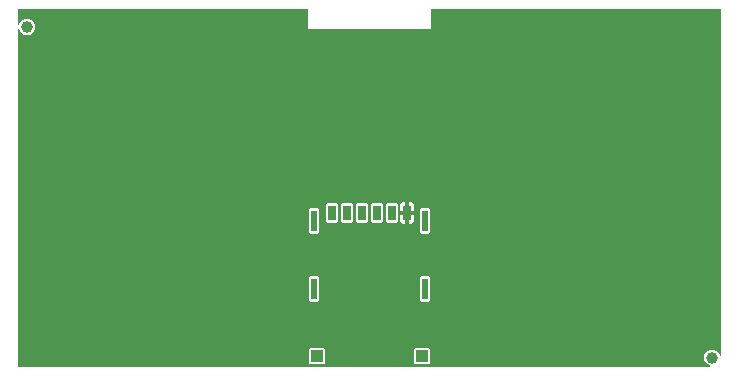
<source format=gtl>
G04 EAGLE Gerber RS-274X export*
G75*
%MOMM*%
%FSLAX34Y34*%
%LPD*%
%INTop Copper*%
%IPPOS*%
%AMOC8*
5,1,8,0,0,1.08239X$1,22.5*%
G01*
%ADD10C,1.000000*%
%ADD11R,0.650000X1.300000*%
%ADD12R,0.480000X1.800000*%
%ADD13R,1.030000X1.000000*%

G36*
X587800Y2044D02*
X587800Y2044D01*
X587897Y2054D01*
X587921Y2064D01*
X587946Y2068D01*
X588032Y2114D01*
X588121Y2154D01*
X588141Y2171D01*
X588164Y2184D01*
X588231Y2254D01*
X588303Y2320D01*
X588315Y2343D01*
X588333Y2362D01*
X588374Y2450D01*
X588421Y2536D01*
X588426Y2561D01*
X588437Y2585D01*
X588448Y2682D01*
X588465Y2778D01*
X588461Y2804D01*
X588464Y2829D01*
X588443Y2925D01*
X588429Y3021D01*
X588417Y3044D01*
X588412Y3070D01*
X588362Y3153D01*
X588318Y3240D01*
X588299Y3259D01*
X588285Y3281D01*
X588212Y3344D01*
X588142Y3412D01*
X588113Y3428D01*
X588099Y3441D01*
X588068Y3453D01*
X587995Y3493D01*
X586160Y4253D01*
X584253Y6160D01*
X583221Y8652D01*
X583221Y11348D01*
X584253Y13840D01*
X586160Y15747D01*
X588652Y16779D01*
X591348Y16779D01*
X593840Y15747D01*
X595747Y13840D01*
X596507Y12005D01*
X596558Y11922D01*
X596604Y11836D01*
X596622Y11818D01*
X596636Y11796D01*
X596712Y11734D01*
X596782Y11667D01*
X596806Y11656D01*
X596826Y11639D01*
X596917Y11604D01*
X597005Y11563D01*
X597031Y11560D01*
X597055Y11551D01*
X597153Y11547D01*
X597249Y11536D01*
X597275Y11542D01*
X597301Y11541D01*
X597395Y11568D01*
X597490Y11588D01*
X597512Y11602D01*
X597537Y11609D01*
X597617Y11665D01*
X597701Y11715D01*
X597718Y11734D01*
X597739Y11749D01*
X597798Y11827D01*
X597861Y11901D01*
X597871Y11926D01*
X597886Y11947D01*
X597916Y12039D01*
X597953Y12130D01*
X597956Y12162D01*
X597962Y12181D01*
X597962Y12214D01*
X597971Y12296D01*
X597971Y304210D01*
X597968Y304230D01*
X597970Y304249D01*
X597948Y304351D01*
X597932Y304453D01*
X597922Y304470D01*
X597918Y304490D01*
X597865Y304579D01*
X597816Y304670D01*
X597802Y304684D01*
X597792Y304701D01*
X597713Y304768D01*
X597638Y304840D01*
X597620Y304848D01*
X597605Y304861D01*
X597509Y304900D01*
X597415Y304943D01*
X597395Y304945D01*
X597377Y304953D01*
X597210Y304971D01*
X352790Y304971D01*
X352770Y304968D01*
X352751Y304970D01*
X352649Y304948D01*
X352547Y304932D01*
X352530Y304922D01*
X352510Y304918D01*
X352421Y304865D01*
X352330Y304816D01*
X352316Y304802D01*
X352299Y304792D01*
X352232Y304713D01*
X352160Y304638D01*
X352152Y304620D01*
X352139Y304605D01*
X352100Y304509D01*
X352057Y304415D01*
X352055Y304395D01*
X352047Y304377D01*
X352029Y304210D01*
X352029Y289160D01*
X350840Y287971D01*
X249160Y287971D01*
X247971Y289160D01*
X247971Y304210D01*
X247968Y304230D01*
X247970Y304249D01*
X247948Y304351D01*
X247932Y304453D01*
X247922Y304470D01*
X247918Y304490D01*
X247865Y304579D01*
X247816Y304670D01*
X247802Y304684D01*
X247792Y304701D01*
X247713Y304768D01*
X247638Y304840D01*
X247620Y304848D01*
X247605Y304861D01*
X247509Y304900D01*
X247415Y304943D01*
X247395Y304945D01*
X247377Y304953D01*
X247210Y304971D01*
X2790Y304971D01*
X2770Y304968D01*
X2751Y304970D01*
X2649Y304948D01*
X2547Y304932D01*
X2530Y304922D01*
X2510Y304918D01*
X2421Y304865D01*
X2330Y304816D01*
X2316Y304802D01*
X2299Y304792D01*
X2232Y304713D01*
X2160Y304638D01*
X2152Y304620D01*
X2139Y304605D01*
X2100Y304509D01*
X2057Y304415D01*
X2055Y304395D01*
X2047Y304377D01*
X2029Y304210D01*
X2029Y292296D01*
X2044Y292200D01*
X2054Y292103D01*
X2064Y292079D01*
X2068Y292054D01*
X2114Y291968D01*
X2154Y291879D01*
X2171Y291859D01*
X2184Y291836D01*
X2254Y291769D01*
X2320Y291697D01*
X2343Y291685D01*
X2362Y291667D01*
X2450Y291626D01*
X2536Y291579D01*
X2561Y291574D01*
X2585Y291563D01*
X2682Y291552D01*
X2778Y291535D01*
X2804Y291539D01*
X2829Y291536D01*
X2925Y291557D01*
X3021Y291571D01*
X3044Y291583D01*
X3070Y291588D01*
X3153Y291638D01*
X3240Y291682D01*
X3259Y291701D01*
X3281Y291715D01*
X3344Y291788D01*
X3412Y291858D01*
X3428Y291887D01*
X3441Y291901D01*
X3453Y291932D01*
X3493Y292005D01*
X4253Y293840D01*
X6160Y295747D01*
X8652Y296779D01*
X11348Y296779D01*
X13840Y295747D01*
X15747Y293840D01*
X16779Y291348D01*
X16779Y288652D01*
X15747Y286160D01*
X13840Y284253D01*
X11348Y283221D01*
X8652Y283221D01*
X6160Y284253D01*
X4253Y286160D01*
X3493Y287995D01*
X3442Y288078D01*
X3396Y288164D01*
X3378Y288182D01*
X3364Y288204D01*
X3288Y288266D01*
X3218Y288333D01*
X3194Y288344D01*
X3174Y288361D01*
X3083Y288396D01*
X2995Y288437D01*
X2969Y288440D01*
X2945Y288449D01*
X2847Y288453D01*
X2751Y288464D01*
X2725Y288458D01*
X2699Y288459D01*
X2605Y288432D01*
X2510Y288412D01*
X2488Y288398D01*
X2463Y288391D01*
X2383Y288335D01*
X2299Y288285D01*
X2282Y288266D01*
X2261Y288251D01*
X2202Y288173D01*
X2139Y288099D01*
X2129Y288074D01*
X2114Y288053D01*
X2084Y287961D01*
X2047Y287870D01*
X2044Y287838D01*
X2038Y287819D01*
X2038Y287786D01*
X2029Y287704D01*
X2029Y2790D01*
X2032Y2770D01*
X2030Y2751D01*
X2052Y2649D01*
X2068Y2547D01*
X2078Y2530D01*
X2082Y2510D01*
X2135Y2421D01*
X2184Y2330D01*
X2198Y2316D01*
X2208Y2299D01*
X2287Y2232D01*
X2362Y2160D01*
X2380Y2152D01*
X2395Y2139D01*
X2491Y2100D01*
X2585Y2057D01*
X2605Y2055D01*
X2623Y2047D01*
X2790Y2029D01*
X587704Y2029D01*
X587800Y2044D01*
G37*
%LPC*%
G36*
X338763Y4321D02*
X338763Y4321D01*
X337721Y5363D01*
X337721Y16837D01*
X338763Y17879D01*
X350537Y17879D01*
X351579Y16837D01*
X351579Y5363D01*
X350537Y4321D01*
X338763Y4321D01*
G37*
%LPD*%
%LPC*%
G36*
X249463Y4321D02*
X249463Y4321D01*
X248421Y5363D01*
X248421Y16837D01*
X249463Y17879D01*
X261237Y17879D01*
X262279Y16837D01*
X262279Y5363D01*
X261237Y4321D01*
X249463Y4321D01*
G37*
%LPD*%
%LPC*%
G36*
X343463Y115021D02*
X343463Y115021D01*
X342421Y116063D01*
X342421Y135537D01*
X343463Y136579D01*
X349737Y136579D01*
X350779Y135537D01*
X350779Y116063D01*
X349737Y115021D01*
X343463Y115021D01*
G37*
%LPD*%
%LPC*%
G36*
X249963Y115021D02*
X249963Y115021D01*
X248921Y116063D01*
X248921Y135537D01*
X249963Y136579D01*
X256237Y136579D01*
X257279Y135537D01*
X257279Y116063D01*
X256237Y115021D01*
X249963Y115021D01*
G37*
%LPD*%
%LPC*%
G36*
X343463Y57521D02*
X343463Y57521D01*
X342421Y58563D01*
X342421Y78037D01*
X343463Y79079D01*
X349737Y79079D01*
X350779Y78037D01*
X350779Y58563D01*
X349737Y57521D01*
X343463Y57521D01*
G37*
%LPD*%
%LPC*%
G36*
X249963Y57521D02*
X249963Y57521D01*
X248921Y58563D01*
X248921Y78037D01*
X249963Y79079D01*
X256237Y79079D01*
X257279Y78037D01*
X257279Y58563D01*
X256237Y57521D01*
X249963Y57521D01*
G37*
%LPD*%
%LPC*%
G36*
X315063Y124221D02*
X315063Y124221D01*
X314021Y125263D01*
X314021Y139737D01*
X315063Y140779D01*
X323037Y140779D01*
X324079Y139737D01*
X324079Y125263D01*
X323037Y124221D01*
X315063Y124221D01*
G37*
%LPD*%
%LPC*%
G36*
X302363Y124221D02*
X302363Y124221D01*
X301321Y125263D01*
X301321Y139737D01*
X302363Y140779D01*
X310337Y140779D01*
X311379Y139737D01*
X311379Y125263D01*
X310337Y124221D01*
X302363Y124221D01*
G37*
%LPD*%
%LPC*%
G36*
X289663Y124221D02*
X289663Y124221D01*
X288621Y125263D01*
X288621Y139737D01*
X289663Y140779D01*
X297637Y140779D01*
X298679Y139737D01*
X298679Y125263D01*
X297637Y124221D01*
X289663Y124221D01*
G37*
%LPD*%
%LPC*%
G36*
X276963Y124221D02*
X276963Y124221D01*
X275921Y125263D01*
X275921Y139737D01*
X276963Y140779D01*
X284937Y140779D01*
X285979Y139737D01*
X285979Y125263D01*
X284937Y124221D01*
X276963Y124221D01*
G37*
%LPD*%
%LPC*%
G36*
X264263Y124221D02*
X264263Y124221D01*
X263221Y125263D01*
X263221Y139737D01*
X264263Y140779D01*
X272237Y140779D01*
X273279Y139737D01*
X273279Y125263D01*
X272237Y124221D01*
X264263Y124221D01*
G37*
%LPD*%
%LPC*%
G36*
X333273Y134023D02*
X333273Y134023D01*
X333273Y141541D01*
X335335Y141541D01*
X335981Y141368D01*
X336560Y141033D01*
X337033Y140560D01*
X337368Y139981D01*
X337541Y139334D01*
X337541Y134023D01*
X333273Y134023D01*
G37*
%LPD*%
%LPC*%
G36*
X333273Y123459D02*
X333273Y123459D01*
X333273Y130977D01*
X337541Y130977D01*
X337541Y125666D01*
X337368Y125019D01*
X337033Y124440D01*
X336560Y123967D01*
X335981Y123632D01*
X335334Y123459D01*
X333273Y123459D01*
G37*
%LPD*%
%LPC*%
G36*
X325959Y134023D02*
X325959Y134023D01*
X325959Y139334D01*
X326132Y139981D01*
X326467Y140560D01*
X326940Y141033D01*
X327519Y141368D01*
X328166Y141541D01*
X330227Y141541D01*
X330227Y134023D01*
X325959Y134023D01*
G37*
%LPD*%
%LPC*%
G36*
X328166Y123459D02*
X328166Y123459D01*
X327519Y123632D01*
X326940Y123967D01*
X326467Y124440D01*
X326132Y125019D01*
X325959Y125666D01*
X325959Y130977D01*
X330227Y130977D01*
X330227Y123459D01*
X328166Y123459D01*
G37*
%LPD*%
%LPC*%
G36*
X331749Y132499D02*
X331749Y132499D01*
X331749Y132501D01*
X331751Y132501D01*
X331751Y132499D01*
X331749Y132499D01*
G37*
%LPD*%
D10*
X590000Y10000D03*
X10000Y290000D03*
D11*
X331750Y132500D03*
X319050Y132500D03*
X306350Y132500D03*
X293650Y132500D03*
X280950Y132500D03*
X268250Y132500D03*
D12*
X253100Y68300D03*
X253100Y125800D03*
X346600Y125800D03*
X346600Y68300D03*
D13*
X255350Y11100D03*
X344650Y11100D03*
M02*

</source>
